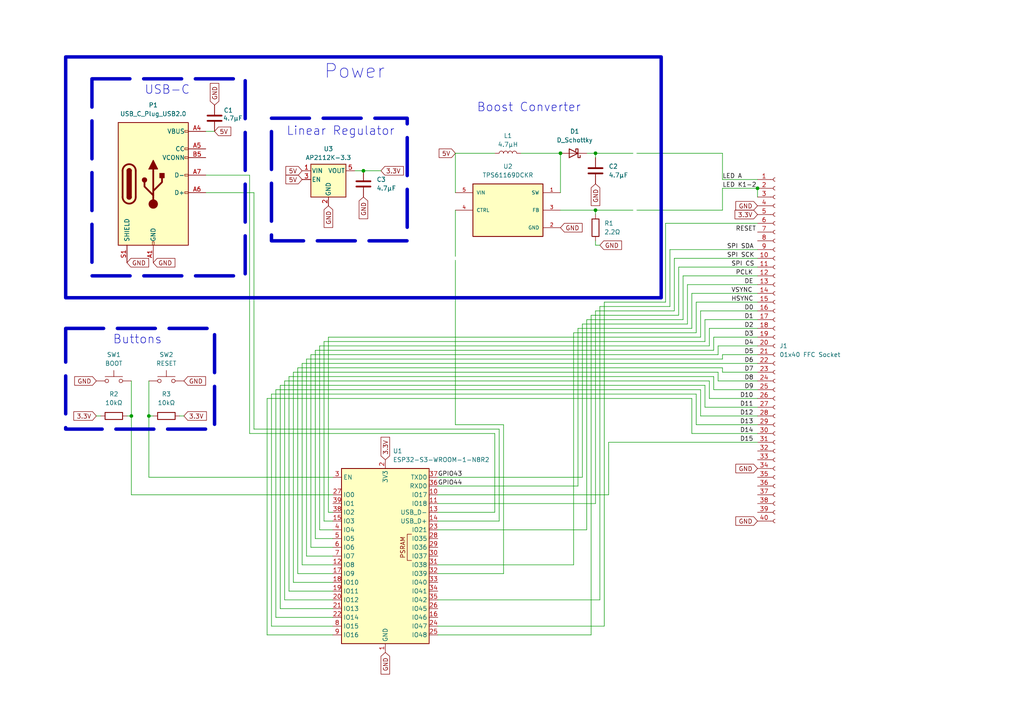
<source format=kicad_sch>
(kicad_sch (version 20231120) (generator "eeschema") (generator_version "8.0")
  (paper "A4")
  (lib_symbols
    (symbol "Connector:Conn_01x40_Socket" (pin_names (offset 1.016) hide)
      (property "Reference" "J" (at 0 50.8 0))
      (property "Value" "Conn_01x40_Socket" (at 0 -53.34 0))
      (symbol "Conn_01x40_Socket_1_1"
        (arc (start 0 -50.292) (mid -0.5058 -50.8) (end 0 -51.308) (stroke (width 0.1524)))
        (arc (start 0 -47.752) (mid -0.5058 -48.26) (end 0 -48.768) (stroke (width 0.1524)))
        (arc (start 0 -45.212) (mid -0.5058 -45.72) (end 0 -46.228) (stroke (width 0.1524)))
        (arc (start 0 -42.672) (mid -0.5058 -43.18) (end 0 -43.688) (stroke (width 0.1524)))
        (arc (start 0 -40.132) (mid -0.5058 -40.64) (end 0 -41.148) (stroke (width 0.1524)))
        (arc (start 0 -37.592) (mid -0.5058 -38.1) (end 0 -38.608) (stroke (width 0.1524)))
        (arc (start 0 -35.052) (mid -0.5058 -35.56) (end 0 -36.068) (stroke (width 0.1524)))
        (arc (start 0 -32.512) (mid -0.5058 -33.02) (end 0 -33.528) (stroke (width 0.1524)))
        (arc (start 0 -29.972) (mid -0.5058 -30.48) (end 0 -30.988) (stroke (width 0.1524)))
        (arc (start 0 -27.432) (mid -0.5058 -27.94) (end 0 -28.448) (stroke (width 0.1524)))
        (arc (start 0 -24.892) (mid -0.5058 -25.4) (end 0 -25.908) (stroke (width 0.1524)))
        (arc (start 0 -22.352) (mid -0.5058 -22.86) (end 0 -23.368) (stroke (width 0.1524)))
        (arc (start 0 -19.812) (mid -0.5058 -20.32) (end 0 -20.828) (stroke (width 0.1524)))
        (arc (start 0 -17.272) (mid -0.5058 -17.78) (end 0 -18.288) (stroke (width 0.1524)))
        (arc (start 0 -14.732) (mid -0.5058 -15.24) (end 0 -15.748) (stroke (width 0.1524)))
        (arc (start 0 -12.192) (mid -0.5058 -12.7) (end 0 -13.208) (stroke (width 0.1524)))
        (arc (start 0 -9.652) (mid -0.5058 -10.16) (end 0 -10.668) (stroke (width 0.1524)))
        (arc (start 0 -7.112) (mid -0.5058 -7.62) (end 0 -8.128) (stroke (width 0.1524)))
        (arc (start 0 -4.572) (mid -0.5058 -5.08) (end 0 -5.588) (stroke (width 0.1524)))
        (arc (start 0 -2.032) (mid -0.5058 -2.54) (end 0 -3.048) (stroke (width 0.1524)))
        (polyline (pts (xy -1.27 -50.8) (xy -0.508 -50.8)) (stroke (width 0.1524)))
        (polyline (pts (xy -1.27 -48.26) (xy -0.508 -48.26)) (stroke (width 0.1524)))
        (polyline (pts (xy -1.27 -45.72) (xy -0.508 -45.72)) (stroke (width 0.1524)))
        (polyline (pts (xy -1.27 -43.18) (xy -0.508 -43.18)) (stroke (width 0.1524)))
        (polyline (pts (xy -1.27 -40.64) (xy -0.508 -40.64)) (stroke (width 0.1524)))
        (polyline (pts (xy -1.27 -38.1) (xy -0.508 -38.1)) (stroke (width 0.1524)))
        (polyline (pts (xy -1.27 -35.56) (xy -0.508 -35.56)) (stroke (width 0.1524)))
        (polyline (pts (xy -1.27 -33.02) (xy -0.508 -33.02)) (stroke (width 0.1524)))
        (polyline (pts (xy -1.27 -30.48) (xy -0.508 -30.48)) (stroke (width 0.1524)))
        (polyline (pts (xy -1.27 -27.94) (xy -0.508 -27.94)) (stroke (width 0.1524)))
        (polyline (pts (xy -1.27 -25.4) (xy -0.508 -25.4)) (stroke (width 0.1524)))
        (polyline (pts (xy -1.27 -22.86) (xy -0.508 -22.86)) (stroke (width 0.1524)))
        (polyline (pts (xy -1.27 -20.32) (xy -0.508 -20.32)) (stroke (width 0.1524)))
        (polyline (pts (xy -1.27 -17.78) (xy -0.508 -17.78)) (stroke (width 0.1524)))
        (polyline (pts (xy -1.27 -15.24) (xy -0.508 -15.24)) (stroke (width 0.1524)))
        (polyline (pts (xy -1.27 -12.7) (xy -0.508 -12.7)) (stroke (width 0.1524)))
        (polyline (pts (xy -1.27 -10.16) (xy -0.508 -10.16)) (stroke (width 0.1524)))
        (polyline (pts (xy -1.27 -7.62) (xy -0.508 -7.62)) (stroke (width 0.1524)))
        (polyline (pts (xy -1.27 -5.08) (xy -0.508 -5.08)) (stroke (width 0.1524)))
        (polyline (pts (xy -1.27 -2.54) (xy -0.508 -2.54)) (stroke (width 0.1524)))
        (polyline (pts (xy -1.27 0) (xy -0.508 0)) (stroke (width 0.1524)))
        (polyline (pts (xy -1.27 2.54) (xy -0.508 2.54)) (stroke (width 0.1524)))
        (polyline (pts (xy -1.27 5.08) (xy -0.508 5.08)) (stroke (width 0.1524)))
        (polyline (pts (xy -1.27 7.62) (xy -0.508 7.62)) (stroke (width 0.1524)))
        (polyline (pts (xy -1.27 10.16) (xy -0.508 10.16)) (stroke (width 0.1524)))
        (polyline (pts (xy -1.27 12.7) (xy -0.508 12.7)) (stroke (width 0.1524)))
        (polyline (pts (xy -1.27 15.24) (xy -0.508 15.24)) (stroke (width 0.1524)))
        (polyline (pts (xy -1.27 17.78) (xy -0.508 17.78)) (stroke (width 0.1524)))
        (polyline (pts (xy -1.27 20.32) (xy -0.508 20.32)) (stroke (width 0.1524)))
        (polyline (pts (xy -1.27 22.86) (xy -0.508 22.86)) (stroke (width 0.1524)))
        (polyline (pts (xy -1.27 25.4) (xy -0.508 25.4)) (stroke (width 0.1524)))
        (polyline (pts (xy -1.27 27.94) (xy -0.508 27.94)) (stroke (width 0.1524)))
        (polyline (pts (xy -1.27 30.48) (xy -0.508 30.48)) (stroke (width 0.1524)))
        (polyline (pts (xy -1.27 33.02) (xy -0.508 33.02)) (stroke (width 0.1524)))
        (polyline (pts (xy -1.27 35.56) (xy -0.508 35.56)) (stroke (width 0.1524)))
        (polyline (pts (xy -1.27 38.1) (xy -0.508 38.1)) (stroke (width 0.1524)))
        (polyline (pts (xy -1.27 40.64) (xy -0.508 40.64)) (stroke (width 0.1524)))
        (polyline (pts (xy -1.27 43.18) (xy -0.508 43.18)) (stroke (width 0.1524)))
        (polyline (pts (xy -1.27 45.72) (xy -0.508 45.72)) (stroke (width 0.1524)))
        (polyline (pts (xy -1.27 48.26) (xy -0.508 48.26)) (stroke (width 0.1524)))
        (arc (start 0 0.508) (mid -0.5058 0) (end 0 -0.508) (stroke (width 0.1524)))
        (arc (start 0 3.048) (mid -0.5058 2.54) (end 0 2.032) (stroke (width 0.1524)))
        (arc (start 0 5.588) (mid -0.5058 5.08) (end 0 4.572) (stroke (width 0.1524)))
        (arc (start 0 8.128) (mid -0.5058 7.62) (end 0 7.112) (stroke (width 0.1524)))
        (arc (start 0 10.668) (mid -0.5058 10.16) (end 0 9.652) (stroke (width 0.1524)))
        (arc (start 0 13.208) (mid -0.5058 12.7) (end 0 12.192) (stroke (width 0.1524)))
        (arc (start 0 15.748) (mid -0.5058 15.24) (end 0 14.732) (stroke (width 0.1524)))
        (arc (start 0 18.288) (mid -0.5058 17.78) (end 0 17.272) (stroke (width 0.1524)))
        (arc (start 0 20.828) (mid -0.5058 20.32) (end 0 19.812) (stroke (width 0.1524)))
        (arc (start 0 23.368) (mid -0.5058 22.86) (end 0 22.352) (stroke (width 0.1524)))
        (arc (start 0 25.908) (mid -0.5058 25.4) (end 0 24.892) (stroke (width 0.1524)))
        (arc (start 0 28.448) (mid -0.5058 27.94) (end 0 27.432) (stroke (width 0.1524)))
        (arc (start 0 30.988) (mid -0.5058 30.48) (end 0 29.972) (stroke (width 0.1524)))
        (arc (start 0 33.528) (mid -0.5058 33.02) (end 0 32.512) (stroke (width 0.1524)))
        (arc (start 0 36.068) (mid -0.5058 35.56) (end 0 35.052) (stroke (width 0.1524)))
        (arc (start 0 38.608) (mid -0.5058 38.1) (end 0 37.592) (stroke (width 0.1524)))
        (arc (start 0 41.148) (mid -0.5058 40.64) (end 0 40.132) (stroke (width 0.1524)))
        (arc (start 0 43.688) (mid -0.5058 43.18) (end 0 42.672) (stroke (width 0.1524)))
        (arc (start 0 46.228) (mid -0.5058 45.72) (end 0 45.212) (stroke (width 0.1524)))
        (arc (start 0 48.768) (mid -0.5058 48.26) (end 0 47.752) (stroke (width 0.1524)))
        (pin passive line (at -5.08 48.26 0) (length 3.81) (name "Pin_1") (number "1"))
        (pin passive line (at -5.08 25.4 0) (length 3.81) (name "Pin_10") (number "10"))
        (pin passive line (at -5.08 22.86 0) (length 3.81) (name "Pin_11") (number "11"))
        (pin passive line (at -5.08 20.32 0) (length 3.81) (name "Pin_12") (number "12"))
        (pin passive line (at -5.08 17.78 0) (length 3.81) (name "Pin_13") (number "13"))
        (pin passive line (at -5.08 15.24 0) (length 3.81) (name "Pin_14") (number "14"))
        (pin passive line (at -5.08 12.7 0) (length 3.81) (name "Pin_15") (number "15"))
        (pin passive line (at -5.08 10.16 0) (length 3.81) (name "Pin_16") (number "16"))
        (pin passive line (at -5.08 7.62 0) (length 3.81) (name "Pin_17") (number "17"))
        (pin passive line (at -5.08 5.08 0) (length 3.81) (name "Pin_18") (number "18"))
        (pin passive line (at -5.08 2.54 0) (length 3.81) (name "Pin_19") (number "19"))
        (pin passive line (at -5.08 45.72 0) (length 3.81) (name "Pin_2") (number "2"))
        (pin passive line (at -5.08 0 0) (length 3.81) (name "Pin_20") (number "20"))
        (pin passive line (at -5.08 -2.54 0) (length 3.81) (name "Pin_21") (number "21"))
        (pin passive line (at -5.08 -5.08 0) (length 3.81) (name "Pin_22") (number "22"))
        (pin passive line (at -5.08 -7.62 0) (length 3.81) (name "Pin_23") (number "23"))
        (pin passive line (at -5.08 -10.16 0) (length 3.81) (name "Pin_24") (number "24"))
        (pin passive line (at -5.08 -12.7 0) (length 3.81) (name "Pin_25") (number "25"))
        (pin passive line (at -5.08 -15.24 0) (length 3.81) (name "Pin_26") (number "26"))
        (pin passive line (at -5.08 -17.78 0) (length 3.81) (name "Pin_27") (number "27"))
        (pin passive line (at -5.08 -20.32 0) (length 3.81) (name "Pin_28") (number "28"))
        (pin passive line (at -5.08 -22.86 0) (length 3.81) (name "Pin_29") (number "29"))
        (pin passive line (at -5.08 43.18 0) (length 3.81) (name "Pin_3") (number "3"))
        (pin passive line (at -5.08 -25.4 0) (length 3.81) (name "Pin_30") (number "30"))
        (pin passive line (at -5.08 -27.94 0) (length 3.81) (name "Pin_31") (number "31"))
        (pin passive line (at -5.08 -30.48 0) (length 3.81) (name "Pin_32") (number "32"))
        (pin passive line (at -5.08 -33.02 0) (length 3.81) (name "Pin_33") (number "33"))
        (pin passive line (at -5.08 -35.56 0) (length 3.81) (name "Pin_34") (number "34"))
        (pin passive line (at -5.08 -38.1 0) (length 3.81) (name "Pin_35") (number "35"))
        (pin passive line (at -5.08 -40.64 0) (length 3.81) (name "Pin_36") (number "36"))
        (pin passive line (at -5.08 -43.18 0) (length 3.81) (name "Pin_37") (number "37"))
        (pin passive line (at -5.08 -45.72 0) (length 3.81) (name "Pin_38") (number "38"))
        (pin passive line (at -5.08 -48.26 0) (length 3.81) (name "Pin_39") (number "39"))
        (pin passive line (at -5.08 40.64 0) (length 3.81) (name "Pin_4") (number "4"))
        (pin passive line (at -5.08 -50.8 0) (length 3.81) (name "Pin_40") (number "40"))
        (pin passive line (at -5.08 38.1 0) (length 3.81) (name "Pin_5") (number "5"))
        (pin passive line (at -5.08 35.56 0) (length 3.81) (name "Pin_6") (number "6"))
        (pin passive line (at -5.08 33.02 0) (length 3.81) (name "Pin_7") (number "7"))
        (pin passive line (at -5.08 30.48 0) (length 3.81) (name "Pin_8") (number "8"))
        (pin passive line (at -5.08 27.94 0) (length 3.81) (name "Pin_9") (number "9"))
      )
    )
    (symbol "Connector:USB_C_Plug_USB2.0" (pin_names (offset 1.016))
      (property "Reference" "P" (at -10.16 19.05 0))
      (property "Value" "USB_C_Plug_USB2.0" (at 12.7 19.05 0))
      (symbol "USB_C_Plug_USB2.0_0_0"
        (rectangle (start -0.254 -17.78) (end 0.254 -16.764))
        (rectangle (start 10.16 -2.286) (end 9.144 -2.794))
        (rectangle (start 10.16 2.794) (end 9.144 2.286))
        (rectangle (start 10.16 7.874) (end 9.144 7.366))
        (rectangle (start 10.16 10.414) (end 9.144 9.906))
        (rectangle (start 10.16 15.494) (end 9.144 14.986))
      )
      (symbol "USB_C_Plug_USB2.0_0_1"
        (rectangle (start -10.16 17.78) (end 10.16 -17.78) (stroke (width 0.254)) (fill (type background)))
        (arc (start -8.89 -3.81) (mid -6.985 -5.7067) (end -5.08 -3.81) (stroke (width 0.508)))
        (arc (start -7.62 -3.81) (mid -6.985 -4.4423) (end -6.35 -3.81) (stroke (width 0.254)))
        (arc (start -7.62 -3.81) (mid -6.985 -4.4423) (end -6.35 -3.81) (stroke (width 0.254)) (fill (type outline)))
        (rectangle (start -7.62 -3.81) (end -6.35 3.81) (stroke (width 0.254)) (fill (type outline)))
        (arc (start -6.35 3.81) (mid -6.985 4.4423) (end -7.62 3.81) (stroke (width 0.254)))
        (arc (start -6.35 3.81) (mid -6.985 4.4423) (end -7.62 3.81) (stroke (width 0.254)) (fill (type outline)))
        (arc (start -5.08 3.81) (mid -6.985 5.7067) (end -8.89 3.81) (stroke (width 0.508)))
        (circle (center -2.54 1.143) (radius 0.635) (stroke (width 0.254)) (fill (type outline)))
        (circle (center 0 -5.842) (radius 1.27) (fill (type outline)))
        (polyline (pts (xy -8.89 -3.81) (xy -8.89 3.81)) (stroke (width 0.508)))
        (polyline (pts (xy -5.08 3.81) (xy -5.08 -3.81)) (stroke (width 0.508)))
        (polyline (pts (xy 0 -5.842) (xy 0 4.318)) (stroke (width 0.508)))
        (polyline (pts (xy 0 -3.302) (xy -2.54 -0.762) (xy -2.54 0.508)) (stroke (width 0.508)))
        (polyline (pts (xy 0 -2.032) (xy 2.54 0.508) (xy 2.54 1.778)) (stroke (width 0.508)))
        (polyline (pts (xy -1.27 4.318) (xy 0 6.858) (xy 1.27 4.318) (xy -1.27 4.318)) (stroke (width 0.254)) (fill (type outline)))
        (rectangle (start 1.905 1.778) (end 3.175 3.048) (stroke (width 0.254)) (fill (type outline)))
      )
      (symbol "USB_C_Plug_USB2.0_1_1"
        (pin passive line (at 0 -22.86 90) (length 5.08) (name "GND") (number "A1"))
        (pin passive line (at 0 -22.86 90) (length 5.08) hide (name "GND") (number "A12"))
        (pin passive line (at 15.24 15.24 180) (length 5.08) (name "VBUS") (number "A4"))
        (pin bidirectional line (at 15.24 10.16 180) (length 5.08) (name "CC") (number "A5"))
        (pin bidirectional line (at 15.24 -2.54 180) (length 5.08) (name "D+") (number "A6"))
        (pin bidirectional line (at 15.24 2.54 180) (length 5.08) (name "D-") (number "A7"))
        (pin passive line (at 15.24 15.24 180) (length 5.08) hide (name "VBUS") (number "A9"))
        (pin passive line (at 0 -22.86 90) (length 5.08) hide (name "GND") (number "B1"))
        (pin passive line (at 0 -22.86 90) (length 5.08) hide (name "GND") (number "B12"))
        (pin passive line (at 15.24 15.24 180) (length 5.08) hide (name "VBUS") (number "B4"))
        (pin bidirectional line (at 15.24 7.62 180) (length 5.08) (name "VCONN") (number "B5"))
        (pin passive line (at 15.24 15.24 180) (length 5.08) hide (name "VBUS") (number "B9"))
        (pin passive line (at -7.62 -22.86 90) (length 5.08) (name "SHIELD") (number "S1"))
      )
    )
    (symbol "Device:C" (pin_numbers hide) (pin_names (offset 0.254))
      (property "Reference" "C" (at 0.635 2.54 0))
      (property "Value" "C" (at 0.635 -2.54 0))
      (symbol "C_0_1"
        (polyline (pts (xy -2.032 -0.762) (xy 2.032 -0.762)) (stroke (width 0.508)))
        (polyline (pts (xy -2.032 0.762) (xy 2.032 0.762)) (stroke (width 0.508)))
      )
      (symbol "C_1_1"
        (pin passive line (at 0 3.81 270) (length 2.794) (name "~") (number "1"))
        (pin passive line (at 0 -3.81 90) (length 2.794) (name "~") (number "2"))
      )
    )
    (symbol "Device:D_Schottky" (pin_numbers hide) (pin_names (offset 1.016) hide)
      (property "Reference" "D" (at 0 2.54 0))
      (property "Value" "D_Schottky" (at 0 -2.54 0))
      (symbol "D_Schottky_0_1"
        (polyline (pts (xy 1.27 0) (xy -1.27 0)))
        (polyline (pts (xy 1.27 1.27) (xy 1.27 -1.27) (xy -1.27 0) (xy 1.27 1.27)) (stroke (width 0.254)))
        (polyline (pts (xy -1.905 0.635) (xy -1.905 1.27) (xy -1.27 1.27) (xy -1.27 -1.27) (xy -0.635 -1.27) (xy -0.635 -0.635)) (stroke (width 0.254)))
      )
      (symbol "D_Schottky_1_1"
        (pin passive line (at -3.81 0 0) (length 2.54) (name "K") (number "1"))
        (pin passive line (at 3.81 0 180) (length 2.54) (name "A") (number "2"))
      )
    )
    (symbol "Device:L" (pin_numbers hide) (pin_names (offset 1.016) hide)
      (property "Reference" "L" (at -1.27 0 90))
      (property "Value" "L" (at 1.905 0 90))
      (symbol "L_0_1"
        (arc (start 0 -2.54) (mid 0.6323 -1.905) (end 0 -1.27))
        (arc (start 0 -1.27) (mid 0.6323 -0.635) (end 0 0))
        (arc (start 0 0) (mid 0.6323 0.635) (end 0 1.27))
        (arc (start 0 1.27) (mid 0.6323 1.905) (end 0 2.54))
      )
      (symbol "L_1_1"
        (pin passive line (at 0 3.81 270) (length 1.27) (name "1") (number "1"))
        (pin passive line (at 0 -3.81 90) (length 1.27) (name "2") (number "2"))
      )
    )
    (symbol "Device:R" (pin_numbers hide) (pin_names (offset 0))
      (property "Reference" "R" (at 2.032 0 90))
      (property "Value" "R" (at 0 0 90))
      (symbol "R_0_1"
        (rectangle (start -1.016 -2.54) (end 1.016 2.54) (stroke (width 0.254)))
      )
      (symbol "R_1_1"
        (pin passive line (at 0 3.81 270) (length 1.27) (name "~") (number "1"))
        (pin passive line (at 0 -3.81 90) (length 1.27) (name "~") (number "2"))
      )
    )
    (symbol "RF_Module:ESP32-S3-WROOM-1"
      (property "Reference" "U" (at -12.7 26.67 0))
      (property "Value" "ESP32-S3-WROOM-1" (at 12.7 26.67 0))
      (symbol "ESP32-S3-WROOM-1_0_0"
        (rectangle (start -12.7 25.4) (end 12.7 -25.4) (stroke (width 0.254)) (fill (type background)))
        (text "PSRAM" (at 5.08 2.54 900) (effects (font (size 1.27 1.27))))
      )
      (symbol "ESP32-S3-WROOM-1_0_1"
        (polyline (pts (xy 7.62 -1.27) (xy 6.35 -1.27) (xy 6.35 6.35) (xy 7.62 6.35)))
      )
      (symbol "ESP32-S3-WROOM-1_1_1"
        (pin power_in line (at 0 -27.94 90) (length 2.54) (name "GND") (number "1"))
        (pin bidirectional line (at 15.24 17.78 180) (length 2.54) (name "IO17") (number "10"))
        (pin bidirectional line (at 15.24 15.24 180) (length 2.54) (name "IO18") (number "11"))
        (pin bidirectional line (at -15.24 -2.54 0) (length 2.54) (name "IO8") (number "12"))
        (pin bidirectional line (at 15.24 12.7 180) (length 2.54) (name "USB_D-") (number "13"))
        (pin bidirectional line (at 15.24 10.16 180) (length 2.54) (name "USB_D+") (number "14"))
        (pin bidirectional line (at -15.24 10.16 0) (length 2.54) (name "IO3") (number "15"))
        (pin bidirectional line (at 15.24 -17.78 180) (length 2.54) (name "IO46") (number "16"))
        (pin bidirectional line (at -15.24 -5.08 0) (length 2.54) (name "IO9") (number "17"))
        (pin bidirectional line (at -15.24 -7.62 0) (length 2.54) (name "IO10") (number "18"))
        (pin bidirectional line (at -15.24 -10.16 0) (length 2.54) (name "IO11") (number "19"))
        (pin power_in line (at 0 27.94 270) (length 2.54) (name "3V3") (number "2"))
        (pin bidirectional line (at -15.24 -12.7 0) (length 2.54) (name "IO12") (number "20"))
        (pin bidirectional line (at -15.24 -15.24 0) (length 2.54) (name "IO13") (number "21"))
        (pin bidirectional line (at -15.24 -17.78 0) (length 2.54) (name "IO14") (number "22"))
        (pin bidirectional line (at 15.24 7.62 180) (length 2.54) (name "IO21") (number "23"))
        (pin bidirectional line (at 15.24 -20.32 180) (length 2.54) (name "IO47") (number "24"))
        (pin bidirectional line (at 15.24 -22.86 180) (length 2.54) (name "IO48") (number "25"))
        (pin bidirectional line (at 15.24 -15.24 180) (length 2.54) (name "IO45") (number "26"))
        (pin bidirectional line (at -15.24 17.78 0) (length 2.54) (name "IO0") (number "27"))
        (pin bidirectional line (at 15.24 5.08 180) (length 2.54) (name "IO35") (number "28"))
        (pin bidirectional line (at 15.24 2.54 180) (length 2.54) (name "IO36") (number "29"))
        (pin input line (at -15.24 22.86 0) (length 2.54) (name "EN") (number "3"))
        (pin bidirectional line (at 15.24 0 180) (length 2.54) (name "IO37") (number "30"))
        (pin bidirectional line (at 15.24 -2.54 180) (length 2.54) (name "IO38") (number "31"))
        (pin bidirectional line (at 15.24 -5.08 180) (length 2.54) (name "IO39") (number "32"))
        (pin bidirectional line (at 15.24 -7.62 180) (length 2.54) (name "IO40") (number "33"))
        (pin bidirectional line (at 15.24 -10.16 180) (length 2.54) (name "IO41") (number "34"))
        (pin bidirectional line (at 15.24 -12.7 180) (length 2.54) (name "IO42") (number "35"))
        (pin bidirectional line (at 15.24 20.32 180) (length 2.54) (name "RXD0") (number "36"))
        (pin bidirectional line (at 15.24 22.86 180) (length 2.54) (name "TXD0") (number "37"))
        (pin bidirectional line (at -15.24 12.7 0) (length 2.54) (name "IO2") (number "38"))
        (pin bidirectional line (at -15.24 15.24 0) (length 2.54) (name "IO1") (number "39"))
        (pin bidirectional line (at -15.24 7.62 0) (length 2.54) (name "IO4") (number "4"))
        (pin passive line (at 0 -27.94 90) (length 2.54) hide (name "GND") (number "40"))
        (pin passive line (at 0 -27.94 90) (length 2.54) hide (name "GND") (number "41"))
        (pin bidirectional line (at -15.24 5.08 0) (length 2.54) (name "IO5") (number "5"))
        (pin bidirectional line (at -15.24 2.54 0) (length 2.54) (name "IO6") (number "6"))
        (pin bidirectional line (at -15.24 0 0) (length 2.54) (name "IO7") (number "7"))
        (pin bidirectional line (at -15.24 -20.32 0) (length 2.54) (name "IO15") (number "8"))
        (pin bidirectional line (at -15.24 -22.86 0) (length 2.54) (name "IO16") (number "9"))
      )
    )
    (symbol "Regulator_Linear:AP2112K-3.3" (pin_names (offset 0.254))
      (property "Reference" "U" (at -5.08 5.715 0))
      (property "Value" "AP2112K-3.3" (at 0 5.715 0))
      (symbol "AP2112K-3.3_0_1"
        (rectangle (start -5.08 4.445) (end 5.08 -5.08) (stroke (width 0.254)) (fill (type background)))
      )
      (symbol "AP2112K-3.3_1_1"
        (pin power_in line (at -7.62 2.54 0) (length 2.54) (name "VIN") (number "1"))
        (pin power_in line (at 0 -7.62 90) (length 2.54) (name "GND") (number "2"))
        (pin input line (at -7.62 0 0) (length 2.54) (name "EN") (number "3"))
        (pin no_connect line (at 5.08 0 180) (length 2.54) hide (name "NC") (number "4"))
        (pin power_out line (at 7.62 2.54 180) (length 2.54) (name "VOUT") (number "5"))
      )
    )
    (symbol "Switch:SW_Push" (pin_numbers hide) (pin_names (offset 1.016) hide)
      (property "Reference" "SW" (at 1.27 2.54 0))
      (property "Value" "SW_Push" (at 0 -1.524 0))
      (symbol "SW_Push_0_1"
        (circle (center -2.032 0) (radius 0.508))
        (polyline (pts (xy 0 1.27) (xy 0 3.048)))
        (polyline (pts (xy 2.54 1.27) (xy -2.54 1.27)))
        (circle (center 2.032 0) (radius 0.508))
        (pin passive line (at -5.08 0 0) (length 2.54) (name "1") (number "1"))
        (pin passive line (at 5.08 0 180) (length 2.54) (name "2") (number "2"))
      )
    )
    (symbol "calendarlib:TPS61169DCKR" (pin_names (offset 1.016))
      (property "Reference" "U" (at -10.16 8.62 0))
      (property "Value" "TPS61169DCKR" (at -10.16 -10.16 0))
      (symbol "TPS61169DCKR_0_0"
        (rectangle (start -10.16 -7.62) (end 10.16 7.62) (stroke (width 0.254)) (fill (type background)))
        (pin input line (at 15.24 5.08 180) (length 5.08) (name "SW") (number "1"))
        (pin power_in line (at 15.24 -5.08 180) (length 5.08) (name "GND") (number "2"))
        (pin input line (at 15.24 0 180) (length 5.08) (name "FB") (number "3"))
        (pin input line (at -15.24 0 0) (length 5.08) (name "CTRL") (number "4"))
        (pin input line (at -15.24 5.08 0) (length 5.08) (name "VIN") (number "5"))
      )
    )
  )
  (junction (at 172.72 60.96))
  (junction (at 219.71 54.61))
  (junction (at 172.72 44.45))
  (junction (at 162.56 44.45))
  (junction (at 105.41 49.53))
  (junction (at 38.1 120.65))
  (junction (at 43.18 120.65))
  (wire (pts (xy 144.78 151.13) (xy 127 151.13)))
  (wire (pts (xy 196.85 91.44) (xy 196.85 77.47)))
  (wire (pts (xy 78.74 114.3) (xy 78.74 181.61)))
  (wire (pts (xy 162.56 44.45) (xy 162.56 55.88)))
  (wire (pts (xy 205.74 115.57) (xy 205.74 110.49)))
  (wire (pts (xy 176.53 128.27) (xy 219.71 128.27)))
  (wire (pts (xy 27.94 120.65) (xy 29.21 120.65)))
  (wire (pts (xy 200.66 95.25) (xy 167.64 95.25)))
  (wire (pts (xy 91.44 101.6) (xy 207.01 101.6)))
  (wire (pts (xy 175.26 87.63) (xy 193.04 87.63)))
  (wire (pts (xy 90.17 102.87) (xy 90.17 158.75)))
  (wire (pts (xy 38.1 120.65) (xy 38.1 110.49)))
  (wire (pts (xy 209.55 107.95) (xy 209.55 106.68)))
  (wire (pts (xy 201.93 123.19) (xy 201.93 114.3)))
  (wire (pts (xy 80.01 113.03) (xy 203.2 113.03)))
  (wire (pts (xy 219.71 54.61) (xy 219.71 57.15)))
  (wire (pts (xy 219.71 123.19) (xy 201.93 123.19)))
  (wire (pts (xy 175.26 181.61) (xy 175.26 87.63)))
  (wire (pts (xy 205.74 110.49) (xy 82.55 110.49)))
  (wire (pts (xy 59.69 38.1) (xy 62.23 38.1)))
  (wire (pts (xy 127 138.43) (xy 168.91 138.43)))
  (wire (pts (xy 82.55 110.49) (xy 82.55 173.99)))
  (wire (pts (xy 87.63 163.83) (xy 96.52 163.83)))
  (wire (pts (xy 173.99 173.99) (xy 127 173.99)))
  (wire (pts (xy 77.47 115.57) (xy 77.47 184.15)))
  (wire (pts (xy 201.93 87.63) (xy 201.93 96.52)))
  (wire (pts (xy 143.51 125.73) (xy 143.51 148.59)))
  (wire (pts (xy 93.98 151.13) (xy 93.98 99.06)))
  (wire (pts (xy 87.63 105.41) (xy 87.63 163.83)))
  (wire (pts (xy 110.49 49.53) (xy 105.41 49.53)))
  (wire (pts (xy 83.82 171.45) (xy 96.52 171.45)))
  (wire (pts (xy 209.55 60.96) (xy 172.72 60.96)))
  (wire (pts (xy 196.85 77.47) (xy 219.71 77.47)))
  (wire (pts (xy 132.08 123.19) (xy 146.05 123.19)))
  (wire (pts (xy 53.34 120.65) (xy 52.07 120.65)))
  (wire (pts (xy 170.18 92.71) (xy 198.12 92.71)))
  (wire (pts (xy 203.2 120.65) (xy 203.2 113.03)))
  (wire (pts (xy 207.01 109.22) (xy 83.82 109.22)))
  (wire (pts (xy 172.72 71.12) (xy 173.99 71.12)))
  (wire (pts (xy 219.71 87.63) (xy 201.93 87.63)))
  (wire (pts (xy 193.04 87.63) (xy 193.04 64.77)))
  (wire (pts (xy 166.37 163.83) (xy 127 163.83)))
  (wire (pts (xy 96.52 151.13) (xy 93.98 151.13)))
  (wire (pts (xy 193.04 64.77) (xy 219.71 64.77)))
  (wire (pts (xy 92.71 100.33) (xy 205.74 100.33)))
  (wire (pts (xy 73.66 55.88) (xy 73.66 124.46)))
  (wire (pts (xy 204.47 92.71) (xy 219.71 92.71)))
  (wire (pts (xy 172.72 60.96) (xy 172.72 62.23)))
  (wire (pts (xy 151.13 44.45) (xy 162.56 44.45)))
  (wire (pts (xy 86.36 166.37) (xy 96.52 166.37)))
  (wire (pts (xy 171.45 184.15) (xy 171.45 91.44)))
  (wire (pts (xy 204.47 111.76) (xy 81.28 111.76)))
  (wire (pts (xy 96.52 148.59) (xy 95.25 148.59)))
  (wire (pts (xy 219.71 115.57) (xy 205.74 115.57)))
  (wire (pts (xy 83.82 109.22) (xy 83.82 171.45)))
  (wire (pts (xy 201.93 96.52) (xy 166.37 96.52)))
  (wire (pts (xy 59.69 55.88) (xy 73.66 55.88)))
  (wire (pts (xy 219.71 118.11) (xy 204.47 118.11)))
  (wire (pts (xy 80.01 179.07) (xy 96.52 179.07)))
  (wire (pts (xy 219.71 85.09) (xy 200.66 85.09)))
  (wire (pts (xy 43.18 138.43) (xy 96.52 138.43)))
  (wire (pts (xy 194.31 72.39) (xy 194.31 88.9)))
  (wire (pts (xy 78.74 181.61) (xy 96.52 181.61)))
  (wire (pts (xy 38.1 120.65) (xy 38.1 143.51)))
  (wire (pts (xy 127 184.15) (xy 171.45 184.15)))
  (wire (pts (xy 80.01 113.03) (xy 80.01 179.07)))
  (wire (pts (xy 105.41 49.53) (xy 102.87 49.53)))
  (wire (pts (xy 77.47 184.15) (xy 96.52 184.15)))
  (wire (pts (xy 198.12 92.71) (xy 198.12 80.01)))
  (wire (pts (xy 43.18 120.65) (xy 43.18 138.43)))
  (wire (pts (xy 209.55 104.14) (xy 88.9 104.14)))
  (wire (pts (xy 171.45 91.44) (xy 196.85 91.44)))
  (wire (pts (xy 127 153.67) (xy 170.18 153.67)))
  (wire (pts (xy 219.71 105.41) (xy 87.63 105.41)))
  (wire (pts (xy 38.1 143.51) (xy 96.52 143.51)))
  (wire (pts (xy 170.18 153.67) (xy 170.18 92.71)))
  (wire (pts (xy 36.83 120.65) (xy 38.1 120.65)))
  (wire (pts (xy 205.74 100.33) (xy 205.74 95.25)))
  (wire (pts (xy 219.71 72.39) (xy 194.31 72.39)))
  (wire (pts (xy 43.18 110.49) (xy 43.18 120.65)))
  (wire (pts (xy 200.66 115.57) (xy 77.47 115.57)))
  (wire (pts (xy 219.71 107.95) (xy 209.55 107.95)))
  (wire (pts (xy 90.17 158.75) (xy 96.52 158.75)))
  (wire (pts (xy 207.01 101.6) (xy 207.01 97.79)))
  (wire (pts (xy 96.52 153.67) (xy 92.71 153.67)))
  (wire (pts (xy 209.55 54.61) (xy 219.71 54.61)))
  (wire (pts (xy 209.55 52.07) (xy 209.55 44.45)))
  (wire (pts (xy 172.72 44.45) (xy 172.72 45.72)))
  (wire (pts (xy 208.28 100.33) (xy 208.28 102.87)))
  (wire (pts (xy 200.66 85.09) (xy 200.66 95.25)))
  (wire (pts (xy 219.71 120.65) (xy 203.2 120.65)))
  (wire (pts (xy 205.74 95.25) (xy 219.71 95.25)))
  (wire (pts (xy 219.71 113.03) (xy 207.01 113.03)))
  (wire (pts (xy 207.01 97.79) (xy 219.71 97.79)))
  (wire (pts (xy 88.9 104.14) (xy 88.9 161.29)))
  (wire (pts (xy 168.91 93.98) (xy 168.91 138.43)))
  (wire (pts (xy 200.66 125.73) (xy 200.66 115.57)))
  (wire (pts (xy 88.9 161.29) (xy 96.52 161.29)))
  (wire (pts (xy 132.08 60.96) (xy 132.08 123.19)))
  (wire (pts (xy 209.55 102.87) (xy 209.55 104.14)))
  (wire (pts (xy 86.36 106.68) (xy 86.36 166.37)))
  (wire (pts (xy 195.58 74.93) (xy 195.58 90.17)))
  (wire (pts (xy 132.08 44.45) (xy 143.51 44.45)))
  (wire (pts (xy 201.93 114.3) (xy 78.74 114.3)))
  (wire (pts (xy 198.12 80.01) (xy 219.71 80.01)))
  (wire (pts (xy 95.25 97.79) (xy 203.2 97.79)))
  (wire (pts (xy 209.55 44.45) (xy 172.72 44.45)))
  (wire (pts (xy 146.05 123.19) (xy 146.05 166.37)))
  (wire (pts (xy 143.51 148.59) (xy 127 148.59)))
  (wire (pts (xy 91.44 156.21) (xy 91.44 101.6)))
  (wire (pts (xy 208.28 107.95) (xy 208.28 110.49)))
  (wire (pts (xy 167.64 95.25) (xy 167.64 140.97)))
  (wire (pts (xy 172.72 69.85) (xy 172.72 71.12)))
  (wire (pts (xy 82.55 173.99) (xy 96.52 173.99)))
  (wire (pts (xy 72.39 125.73) (xy 143.51 125.73)))
  (wire (pts (xy 44.45 120.65) (xy 43.18 120.65)))
  (wire (pts (xy 219.71 74.93) (xy 195.58 74.93)))
  (wire (pts (xy 92.71 153.67) (xy 92.71 100.33)))
  (wire (pts (xy 172.72 146.05) (xy 127 146.05)))
  (wire (pts (xy 199.39 82.55) (xy 199.39 93.98)))
  (wire (pts (xy 208.28 107.95) (xy 85.09 107.95)))
  (wire (pts (xy 167.64 140.97) (xy 127 140.97)))
  (wire (pts (xy 209.55 106.68) (xy 86.36 106.68)))
  (wire (pts (xy 175.26 181.61) (xy 127 181.61)))
  (wire (pts (xy 170.18 44.45) (xy 172.72 44.45)))
  (wire (pts (xy 72.39 50.8) (xy 72.39 125.73)))
  (wire (pts (xy 173.99 88.9) (xy 173.99 173.99)))
  (wire (pts (xy 81.28 111.76) (xy 81.28 176.53)))
  (wire (pts (xy 73.66 124.46) (xy 144.78 124.46)))
  (wire (pts (xy 93.98 99.06) (xy 204.47 99.06)))
  (wire (pts (xy 204.47 99.06) (xy 204.47 92.71)))
  (wire (pts (xy 172.72 60.96) (xy 162.56 60.96)))
  (wire (pts (xy 204.47 118.11) (xy 204.47 111.76)))
  (wire (pts (xy 95.25 148.59) (xy 95.25 97.79)))
  (wire (pts (xy 132.08 55.88) (xy 132.08 44.45)))
  (wire (pts (xy 81.28 176.53) (xy 96.52 176.53)))
  (wire (pts (xy 144.78 124.46) (xy 144.78 151.13)))
  (wire (pts (xy 219.71 110.49) (xy 208.28 110.49)))
  (wire (pts (xy 59.69 50.8) (xy 72.39 50.8)))
  (wire (pts (xy 127 143.51) (xy 176.53 143.51)))
  (wire (pts (xy 195.58 90.17) (xy 172.72 90.17)))
  (wire (pts (xy 194.31 88.9) (xy 173.99 88.9)))
  (wire (pts (xy 172.72 90.17) (xy 172.72 146.05)))
  (wire (pts (xy 219.71 82.55) (xy 199.39 82.55)))
  (wire (pts (xy 203.2 90.17) (xy 219.71 90.17)))
  (wire (pts (xy 219.71 125.73) (xy 200.66 125.73)))
  (wire (pts (xy 209.55 54.61) (xy 209.55 60.96)))
  (wire (pts (xy 207.01 113.03) (xy 207.01 109.22)))
  (wire (pts (xy 219.71 52.07) (xy 209.55 52.07)))
  (wire (pts (xy 85.09 107.95) (xy 85.09 168.91)))
  (wire (pts (xy 96.52 156.21) (xy 91.44 156.21)))
  (wire (pts (xy 208.28 102.87) (xy 90.17 102.87)))
  (wire (pts (xy 127 166.37) (xy 146.05 166.37)))
  (wire (pts (xy 219.71 102.87) (xy 209.55 102.87)))
  (wire (pts (xy 199.39 93.98) (xy 168.91 93.98)))
  (wire (pts (xy 85.09 168.91) (xy 96.52 168.91)))
  (wire (pts (xy 176.53 143.51) (xy 176.53 128.27)))
  (wire (pts (xy 166.37 96.52) (xy 166.37 163.83)))
  (wire (pts (xy 203.2 97.79) (xy 203.2 90.17)))
  (wire (pts (xy 219.71 100.33) (xy 208.28 100.33)))
  (rectangle (start 19.05 95.25) (end 62.23 124.46) (stroke (width 1) (type dash)))
  (rectangle (start 19.05 16.51) (end 191.77 86.36) (stroke (width 1)))
  (rectangle (start 26.67 22.86) (end 71.12 80.01) (stroke (width 1) (type dash)))
  (rectangle (start 78.74 34.29) (end 118.11 69.85) (stroke (width 1) (type dash)))
  (rectangle (start 125.73 27.94) (end 184.15 74.93) (stroke (width 1) (type dash) (color 255 255 255 1)) (fill (type color) (color 255 255 255 1)))
  (text "Buttons\n" (at 39.878 98.552 0) (effects (font (size 2.5 2.5))))
  (text "Power" (at 102.87 20.828 0) (effects (font (size 4 4))))
  (text "Boost Converter" (at 153.416 31.242 0) (effects (font (size 2.5 2.5))))
  (text "USB-C" (at 48.514 26.162 0) (effects (font (size 2.5 2.5))))
  (text "Linear Regulator" (at 98.806 38.1 0) (effects (font (size 2.5 2.5))))
  (label "D9" (at 215.9 113.03 0))
  (label "D15" (at 214.63 128.27 0))
  (label "D2" (at 215.9 95.25 0))
  (label "D8" (at 215.9 110.49 0))
  (label "D0" (at 215.9 90.17 0))
  (label "D10" (at 214.63 115.57 0))
  (label "D6" (at 215.9 105.41 0))
  (label "D3" (at 215.9 97.79 0))
  (label "D14" (at 214.63 125.73 0))
  (label "RESET" (at 213.36 67.31 0))
  (label "SPI CS" (at 212.09 77.47 0))
  (label "GPIO43" (at 127 138.43 0))
  (label "LED K1-2" (at 209.55 54.61 0))
  (label "D13" (at 214.63 123.19 0))
  (label "SPI SCK" (at 210.82 74.93 0))
  (label "D7" (at 215.9 107.95 0))
  (label "D12" (at 214.63 120.65 0))
  (label "D4" (at 215.9 100.33 0))
  (label "VSYNC" (at 212.09 85.09 0))
  (label "D1" (at 215.9 92.71 0))
  (label "LED A" (at 209.55 52.07 0))
  (label "GPIO44" (at 127 140.97 0))
  (label "D11" (at 214.63 118.11 0))
  (label "PCLK" (at 213.36 80.01 0))
  (label "SPI SDA" (at 210.82 72.39 0))
  (label "HSYNC" (at 212.09 87.63 0))
  (label "DE" (at 215.9 82.55 0))
  (label "D5" (at 215.9 102.87 0))
  (global_label "5V" (shape input) (at 87.63 49.53 180) (property "Intersheetrefs" "${INTERSHEET_REFS}" (effects (hide yes))))
  (global_label "3.3V" (shape input) (at 111.76 133.35 90) (property "Intersheetrefs" "${INTERSHEET_REFS}" (effects (hide yes))))
  (global_label "3.3V" (shape input) (at 27.94 120.65 180) (property "Intersheetrefs" "${INTERSHEET_REFS}" (effects (hide yes))))
  (global_label "GND" (shape input) (at 219.71 59.69 180) (property "Intersheetrefs" "${INTERSHEET_REFS}" (effects (hide yes))))
  (global_label "GND" (shape input) (at 219.71 151.13 180) (property "Intersheetrefs" "${INTERSHEET_REFS}" (effects (hide yes))))
  (global_label "GND" (shape input) (at 173.99 71.12 0) (property "Intersheetrefs" "${INTERSHEET_REFS}" (effects (hide yes))))
  (global_label "5V" (shape input) (at 87.63 52.07 180) (property "Intersheetrefs" "${INTERSHEET_REFS}" (effects (hide yes))))
  (global_label "GND" (shape input) (at 95.25 59.69 270) (property "Intersheetrefs" "${INTERSHEET_REFS}" (effects (hide yes))))
  (global_label "3.3V" (shape input) (at 53.34 120.65 0) (property "Intersheetrefs" "${INTERSHEET_REFS}" (effects (hide yes))))
  (global_label "GND" (shape input) (at 27.94 110.49 180) (property "Intersheetrefs" "${INTERSHEET_REFS}" (effects (hide yes))))
  (global_label "GND" (shape input) (at 162.56 66.04 0) (property "Intersheetrefs" "${INTERSHEET_REFS}" (effects (hide yes))))
  (global_label "GND" (shape input) (at 219.71 135.89 180) (property "Intersheetrefs" "${INTERSHEET_REFS}" (effects (hide yes))))
  (global_label "GND" (shape input) (at 44.45 76.2 0) (property "Intersheetrefs" "${INTERSHEET_REFS}" (effects (hide yes))))
  (global_label "GND" (shape input) (at 36.83 76.2 0) (property "Intersheetrefs" "${INTERSHEET_REFS}" (effects (hide yes))))
  (global_label "GND" (shape input) (at 111.76 189.23 270) (property "Intersheetrefs" "${INTERSHEET_REFS}" (effects (hide yes))))
  (global_label "3.3V" (shape input) (at 110.49 49.53 0) (property "Intersheetrefs" "${INTERSHEET_REFS}" (effects (hide yes))))
  (global_label "5V" (shape input) (at 62.23 38.1 0) (property "Intersheetrefs" "${INTERSHEET_REFS}" (effects (hide yes))))
  (global_label "GND" (shape input) (at 105.41 57.15 270) (property "Intersheetrefs" "${INTERSHEET_REFS}" (effects (hide yes))))
  (global_label "GND" (shape input) (at 62.23 30.48 90) (property "Intersheetrefs" "${INTERSHEET_REFS}" (effects (hide yes))))
  (global_label "3.3V" (shape input) (at 219.71 62.23 180) (property "Intersheetrefs" "${INTERSHEET_REFS}" (effects (hide yes))))
  (global_label "GND" (shape input) (at 53.34 110.49 0) (property "Intersheetrefs" "${INTERSHEET_REFS}" (effects (hide yes))))
  (global_label "5V" (shape input) (at 132.08 44.45 180) (property "Intersheetrefs" "${INTERSHEET_REFS}" (effects (hide yes))))
  (global_label "GND" (shape input) (at 172.72 53.34 270) (property "Intersheetrefs" "${INTERSHEET_REFS}" (effects (hide yes))))
  (symbol (lib_id "Device:C") (at 105.41 53.34 0) (unit 1)
    (property "Reference" "C3" (at 109.22 52.0699 0) (effects (justify left)))
    (property "Value" "4.7µF" (at 109.22 54.6099 0) (effects (justify left)))
    (property "Description" "Unpolarized capacitor" (effects (hide yes)))
  )
  (symbol (lib_id "Device:L") (at 147.32 44.45 90) (unit 1)
    (property "Reference" "L1" (at 147.32 39.37 90))
    (property "Value" "4.7µH" (at 147.32 41.91 90))
    (property "Description" "Inductor" (effects (hide yes)))
  )
  (symbol (lib_id "Switch:SW_Push") (at 48.26 110.49 0) (unit 1)
    (property "Reference" "SW2" (at 48.26 102.87 0))
    (property "Value" "RESET" (at 48.26 105.41 0))
    (property "Description" "Push button switch, generic, two pins" (effects (hide yes)))
  )
  (symbol (lib_id "Device:D_Schottky") (at 166.37 44.45 180) (unit 1)
    (property "Reference" "D1" (at 166.6875 38.1 0))
    (property "Value" "D_Schottky" (at 166.6875 40.64 0))
    (property "Description" "Schottky diode" (effects (hide yes)))
  )
  (symbol (lib_id "RF_Module:ESP32-S3-WROOM-1") (at 111.76 161.29 0) (unit 1)
    (property "Reference" "U1" (at 113.9541 130.81 0) (effects (justify left)))
    (property "Value" "ESP32-S3-WROOM-1-N8R2" (at 113.9541 133.35 0) (effects (justify left)))
    (property "Footprint" "RF_Module:ESP32-S3-WROOM-1" (effects (hide yes)))
    (property "Datasheet" "https://www.espressif.com/sites/default/files/documentation/esp32-s3-wroom-1_wroom-1u_datasheet_en.pdf" (effects (hide yes)))
    (property "Description" "RF Module, ESP32-S3 SoC, Wi-Fi 802.11b/g/n, Bluetooth, BLE, 32-bit, 3.3V, onboard antenna, SMD" (effects (hide yes)))
  )
  (symbol (lib_id "Switch:SW_Push") (at 33.02 110.49 0) (unit 1)
    (property "Reference" "SW1" (at 33.02 102.87 0))
    (property "Value" "BOOT" (at 33.02 105.41 0))
    (property "Description" "Push button switch, generic, two pins" (effects (hide yes)))
  )
  (symbol (lib_id "Connector:USB_C_Plug_USB2.0") (at 44.45 53.34 0) (unit 1)
    (property "Reference" "P1" (at 44.45 30.48 0))
    (property "Value" "USB_C_Plug_USB2.0" (at 44.45 33.02 0))
    (property "Datasheet" "https://www.usb.org/sites/default/files/documents/usb_type-c.zip" (effects (hide yes)))
    (property "Description" "USB 2.0-only Type-C Plug connector" (effects (hide yes)))
  )
  (symbol (lib_id "Device:C") (at 172.72 49.53 0) (unit 1)
    (property "Reference" "C2" (at 176.53 48.2599 0) (effects (justify left)))
    (property "Value" "4.7µF" (at 176.53 50.7999 0) (effects (justify left)))
    (property "Description" "Unpolarized capacitor" (effects (hide yes)))
  )
  (symbol (lib_id "Regulator_Linear:AP2112K-3.3") (at 95.25 52.07 0) (unit 1)
    (property "Reference" "U3" (at 95.25 43.18 0))
    (property "Value" "AP2112K-3.3" (at 95.25 45.72 0))
    (property "Footprint" "Package_TO_SOT_SMD:SOT-23-5" (effects (hide yes)))
    (property "Datasheet" "https://www.diodes.com/assets/Datasheets/AP2112.pdf" (effects (hide yes)))
    (property "Description" "600mA low dropout linear regulator, with enable pin, 3.8V-6V input voltage range, 3.3V fixed positive output, SOT-23-5" (effects (hide yes)))
  )
  (symbol (lib_id "Connector:Conn_01x40_Socket") (at 224.79 100.33 0) (unit 1)
    (property "Reference" "J1" (at 226.06 100.3299 0) (effects (justify left)))
    (property "Value" "01x40 FFC Socket" (at 226.06 102.8699 0) (effects (justify left)))
    (property "Description" "Generic connector, single row, 01x40, script generated" (effects (hide yes)))
  )
  (symbol (lib_id "Device:R") (at 172.72 66.04 0) (unit 1)
    (property "Reference" "R1" (at 175.26 64.7699 0) (effects (justify left)))
    (property "Value" "2.2Ω" (at 175.26 67.3099 0) (effects (justify left)))
    (property "Description" "Resistor" (effects (hide yes)))
  )
  (symbol (lib_id "Device:R") (at 48.26 120.65 90) (unit 1)
    (property "Reference" "R3" (at 48.26 114.3 90))
    (property "Value" "10kΩ" (at 48.26 116.84 90))
    (property "Description" "Resistor" (effects (hide yes)))
  )
  (symbol (lib_id "calendarlib:TPS61169DCKR") (at 147.32 60.96 0) (unit 1)
    (property "Reference" "U2" (at 147.32 48.26 0))
    (property "Value" "TPS61169DCKR" (at 147.32 50.8 0))
    (property "Footprint" "TPS61169DCKR:SOT65P210X110-5N" (effects (hide yes)))
    (property "DigiKey_Part_Number" "296-40821-2-ND" (effects (hide yes)))
    (property "SnapEDA_Link" "https://www.snapeda.com/parts/TPS61169DCKR/Texas+Instruments/view-part/?ref=snap" (effects (hide yes)))
    (property "MAXIMUM_PACKAGE_HEIGHT" "1.1mm" (effects (hide yes)))
    (property "Package" "SC70-5 Texas Instruments" (effects (hide yes)))
    (property "Check_prices" "https://www.snapeda.com/parts/TPS61169DCKR/Texas+Instruments/view-part/?ref=eda" (effects (hide yes)))
    (property "STANDARD" "IPC-7351B" (effects (hide yes)))
    (property "PARTREV" "A" (effects (hide yes)))
    (property "MF" "Texas Instruments" (effects (hide yes)))
    (property "MP" "TPS61169DCKR" (effects (hide yes)))
    (property "Description_1" "\n                        \n                            TPS61169 38-V high-current Boost WLED driver\n                        \n" (effects (hide yes)))
    (property "MANUFACTURER" "Texas Instruments" (effects (hide yes)))
  )
  (symbol (lib_id "Device:R") (at 33.02 120.65 90) (unit 1)
    (property "Reference" "R2" (at 33.02 114.3 90))
    (property "Value" "10kΩ" (at 33.02 116.84 90))
    (property "Description" "Resistor" (effects (hide yes)))
  )
  (symbol (lib_id "Device:C") (at 62.23 34.29 180) (unit 1)
    (property "Reference" "C1" (at 67.564 32.004 0) (effects (justify left)))
    (property "Value" "4.7µF" (at 70.358 34.29 0) (effects (justify left)))
    (property "Description" "Unpolarized capacitor" (effects (hide yes)))
  )
)
</source>
